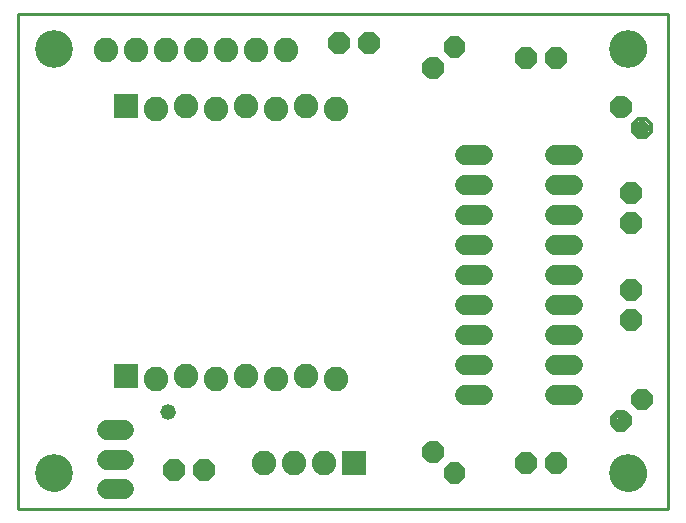
<source format=gbs>
G75*
%MOIN*%
%OFA0B0*%
%FSLAX25Y25*%
%IPPOS*%
%LPD*%
%AMOC8*
5,1,8,0,0,1.08239X$1,22.5*
%
%ADD10C,0.01000*%
%ADD11C,0.00000*%
%ADD12C,0.12611*%
%ADD13C,0.08200*%
%ADD14R,0.08200X0.08200*%
%ADD15C,0.06600*%
%ADD16C,0.01480*%
%ADD17OC8,0.07400*%
%ADD18C,0.05200*%
D10*
X0019800Y0016300D02*
X0019800Y0181261D01*
X0236501Y0181261D01*
X0236501Y0016300D01*
X0019800Y0016300D01*
D11*
X0025894Y0028300D02*
X0025896Y0028453D01*
X0025902Y0028607D01*
X0025912Y0028760D01*
X0025926Y0028912D01*
X0025944Y0029065D01*
X0025966Y0029216D01*
X0025991Y0029367D01*
X0026021Y0029518D01*
X0026055Y0029668D01*
X0026092Y0029816D01*
X0026133Y0029964D01*
X0026178Y0030110D01*
X0026227Y0030256D01*
X0026280Y0030400D01*
X0026336Y0030542D01*
X0026396Y0030683D01*
X0026460Y0030823D01*
X0026527Y0030961D01*
X0026598Y0031097D01*
X0026673Y0031231D01*
X0026750Y0031363D01*
X0026832Y0031493D01*
X0026916Y0031621D01*
X0027004Y0031747D01*
X0027095Y0031870D01*
X0027189Y0031991D01*
X0027287Y0032109D01*
X0027387Y0032225D01*
X0027491Y0032338D01*
X0027597Y0032449D01*
X0027706Y0032557D01*
X0027818Y0032662D01*
X0027932Y0032763D01*
X0028050Y0032862D01*
X0028169Y0032958D01*
X0028291Y0033051D01*
X0028416Y0033140D01*
X0028543Y0033227D01*
X0028672Y0033309D01*
X0028803Y0033389D01*
X0028936Y0033465D01*
X0029071Y0033538D01*
X0029208Y0033607D01*
X0029347Y0033672D01*
X0029487Y0033734D01*
X0029629Y0033792D01*
X0029772Y0033847D01*
X0029917Y0033898D01*
X0030063Y0033945D01*
X0030210Y0033988D01*
X0030358Y0034027D01*
X0030507Y0034063D01*
X0030657Y0034094D01*
X0030808Y0034122D01*
X0030959Y0034146D01*
X0031112Y0034166D01*
X0031264Y0034182D01*
X0031417Y0034194D01*
X0031570Y0034202D01*
X0031723Y0034206D01*
X0031877Y0034206D01*
X0032030Y0034202D01*
X0032183Y0034194D01*
X0032336Y0034182D01*
X0032488Y0034166D01*
X0032641Y0034146D01*
X0032792Y0034122D01*
X0032943Y0034094D01*
X0033093Y0034063D01*
X0033242Y0034027D01*
X0033390Y0033988D01*
X0033537Y0033945D01*
X0033683Y0033898D01*
X0033828Y0033847D01*
X0033971Y0033792D01*
X0034113Y0033734D01*
X0034253Y0033672D01*
X0034392Y0033607D01*
X0034529Y0033538D01*
X0034664Y0033465D01*
X0034797Y0033389D01*
X0034928Y0033309D01*
X0035057Y0033227D01*
X0035184Y0033140D01*
X0035309Y0033051D01*
X0035431Y0032958D01*
X0035550Y0032862D01*
X0035668Y0032763D01*
X0035782Y0032662D01*
X0035894Y0032557D01*
X0036003Y0032449D01*
X0036109Y0032338D01*
X0036213Y0032225D01*
X0036313Y0032109D01*
X0036411Y0031991D01*
X0036505Y0031870D01*
X0036596Y0031747D01*
X0036684Y0031621D01*
X0036768Y0031493D01*
X0036850Y0031363D01*
X0036927Y0031231D01*
X0037002Y0031097D01*
X0037073Y0030961D01*
X0037140Y0030823D01*
X0037204Y0030683D01*
X0037264Y0030542D01*
X0037320Y0030400D01*
X0037373Y0030256D01*
X0037422Y0030110D01*
X0037467Y0029964D01*
X0037508Y0029816D01*
X0037545Y0029668D01*
X0037579Y0029518D01*
X0037609Y0029367D01*
X0037634Y0029216D01*
X0037656Y0029065D01*
X0037674Y0028912D01*
X0037688Y0028760D01*
X0037698Y0028607D01*
X0037704Y0028453D01*
X0037706Y0028300D01*
X0037704Y0028147D01*
X0037698Y0027993D01*
X0037688Y0027840D01*
X0037674Y0027688D01*
X0037656Y0027535D01*
X0037634Y0027384D01*
X0037609Y0027233D01*
X0037579Y0027082D01*
X0037545Y0026932D01*
X0037508Y0026784D01*
X0037467Y0026636D01*
X0037422Y0026490D01*
X0037373Y0026344D01*
X0037320Y0026200D01*
X0037264Y0026058D01*
X0037204Y0025917D01*
X0037140Y0025777D01*
X0037073Y0025639D01*
X0037002Y0025503D01*
X0036927Y0025369D01*
X0036850Y0025237D01*
X0036768Y0025107D01*
X0036684Y0024979D01*
X0036596Y0024853D01*
X0036505Y0024730D01*
X0036411Y0024609D01*
X0036313Y0024491D01*
X0036213Y0024375D01*
X0036109Y0024262D01*
X0036003Y0024151D01*
X0035894Y0024043D01*
X0035782Y0023938D01*
X0035668Y0023837D01*
X0035550Y0023738D01*
X0035431Y0023642D01*
X0035309Y0023549D01*
X0035184Y0023460D01*
X0035057Y0023373D01*
X0034928Y0023291D01*
X0034797Y0023211D01*
X0034664Y0023135D01*
X0034529Y0023062D01*
X0034392Y0022993D01*
X0034253Y0022928D01*
X0034113Y0022866D01*
X0033971Y0022808D01*
X0033828Y0022753D01*
X0033683Y0022702D01*
X0033537Y0022655D01*
X0033390Y0022612D01*
X0033242Y0022573D01*
X0033093Y0022537D01*
X0032943Y0022506D01*
X0032792Y0022478D01*
X0032641Y0022454D01*
X0032488Y0022434D01*
X0032336Y0022418D01*
X0032183Y0022406D01*
X0032030Y0022398D01*
X0031877Y0022394D01*
X0031723Y0022394D01*
X0031570Y0022398D01*
X0031417Y0022406D01*
X0031264Y0022418D01*
X0031112Y0022434D01*
X0030959Y0022454D01*
X0030808Y0022478D01*
X0030657Y0022506D01*
X0030507Y0022537D01*
X0030358Y0022573D01*
X0030210Y0022612D01*
X0030063Y0022655D01*
X0029917Y0022702D01*
X0029772Y0022753D01*
X0029629Y0022808D01*
X0029487Y0022866D01*
X0029347Y0022928D01*
X0029208Y0022993D01*
X0029071Y0023062D01*
X0028936Y0023135D01*
X0028803Y0023211D01*
X0028672Y0023291D01*
X0028543Y0023373D01*
X0028416Y0023460D01*
X0028291Y0023549D01*
X0028169Y0023642D01*
X0028050Y0023738D01*
X0027932Y0023837D01*
X0027818Y0023938D01*
X0027706Y0024043D01*
X0027597Y0024151D01*
X0027491Y0024262D01*
X0027387Y0024375D01*
X0027287Y0024491D01*
X0027189Y0024609D01*
X0027095Y0024730D01*
X0027004Y0024853D01*
X0026916Y0024979D01*
X0026832Y0025107D01*
X0026750Y0025237D01*
X0026673Y0025369D01*
X0026598Y0025503D01*
X0026527Y0025639D01*
X0026460Y0025777D01*
X0026396Y0025917D01*
X0026336Y0026058D01*
X0026280Y0026200D01*
X0026227Y0026344D01*
X0026178Y0026490D01*
X0026133Y0026636D01*
X0026092Y0026784D01*
X0026055Y0026932D01*
X0026021Y0027082D01*
X0025991Y0027233D01*
X0025966Y0027384D01*
X0025944Y0027535D01*
X0025926Y0027688D01*
X0025912Y0027840D01*
X0025902Y0027993D01*
X0025896Y0028147D01*
X0025894Y0028300D01*
X0025894Y0169800D02*
X0025896Y0169953D01*
X0025902Y0170107D01*
X0025912Y0170260D01*
X0025926Y0170412D01*
X0025944Y0170565D01*
X0025966Y0170716D01*
X0025991Y0170867D01*
X0026021Y0171018D01*
X0026055Y0171168D01*
X0026092Y0171316D01*
X0026133Y0171464D01*
X0026178Y0171610D01*
X0026227Y0171756D01*
X0026280Y0171900D01*
X0026336Y0172042D01*
X0026396Y0172183D01*
X0026460Y0172323D01*
X0026527Y0172461D01*
X0026598Y0172597D01*
X0026673Y0172731D01*
X0026750Y0172863D01*
X0026832Y0172993D01*
X0026916Y0173121D01*
X0027004Y0173247D01*
X0027095Y0173370D01*
X0027189Y0173491D01*
X0027287Y0173609D01*
X0027387Y0173725D01*
X0027491Y0173838D01*
X0027597Y0173949D01*
X0027706Y0174057D01*
X0027818Y0174162D01*
X0027932Y0174263D01*
X0028050Y0174362D01*
X0028169Y0174458D01*
X0028291Y0174551D01*
X0028416Y0174640D01*
X0028543Y0174727D01*
X0028672Y0174809D01*
X0028803Y0174889D01*
X0028936Y0174965D01*
X0029071Y0175038D01*
X0029208Y0175107D01*
X0029347Y0175172D01*
X0029487Y0175234D01*
X0029629Y0175292D01*
X0029772Y0175347D01*
X0029917Y0175398D01*
X0030063Y0175445D01*
X0030210Y0175488D01*
X0030358Y0175527D01*
X0030507Y0175563D01*
X0030657Y0175594D01*
X0030808Y0175622D01*
X0030959Y0175646D01*
X0031112Y0175666D01*
X0031264Y0175682D01*
X0031417Y0175694D01*
X0031570Y0175702D01*
X0031723Y0175706D01*
X0031877Y0175706D01*
X0032030Y0175702D01*
X0032183Y0175694D01*
X0032336Y0175682D01*
X0032488Y0175666D01*
X0032641Y0175646D01*
X0032792Y0175622D01*
X0032943Y0175594D01*
X0033093Y0175563D01*
X0033242Y0175527D01*
X0033390Y0175488D01*
X0033537Y0175445D01*
X0033683Y0175398D01*
X0033828Y0175347D01*
X0033971Y0175292D01*
X0034113Y0175234D01*
X0034253Y0175172D01*
X0034392Y0175107D01*
X0034529Y0175038D01*
X0034664Y0174965D01*
X0034797Y0174889D01*
X0034928Y0174809D01*
X0035057Y0174727D01*
X0035184Y0174640D01*
X0035309Y0174551D01*
X0035431Y0174458D01*
X0035550Y0174362D01*
X0035668Y0174263D01*
X0035782Y0174162D01*
X0035894Y0174057D01*
X0036003Y0173949D01*
X0036109Y0173838D01*
X0036213Y0173725D01*
X0036313Y0173609D01*
X0036411Y0173491D01*
X0036505Y0173370D01*
X0036596Y0173247D01*
X0036684Y0173121D01*
X0036768Y0172993D01*
X0036850Y0172863D01*
X0036927Y0172731D01*
X0037002Y0172597D01*
X0037073Y0172461D01*
X0037140Y0172323D01*
X0037204Y0172183D01*
X0037264Y0172042D01*
X0037320Y0171900D01*
X0037373Y0171756D01*
X0037422Y0171610D01*
X0037467Y0171464D01*
X0037508Y0171316D01*
X0037545Y0171168D01*
X0037579Y0171018D01*
X0037609Y0170867D01*
X0037634Y0170716D01*
X0037656Y0170565D01*
X0037674Y0170412D01*
X0037688Y0170260D01*
X0037698Y0170107D01*
X0037704Y0169953D01*
X0037706Y0169800D01*
X0037704Y0169647D01*
X0037698Y0169493D01*
X0037688Y0169340D01*
X0037674Y0169188D01*
X0037656Y0169035D01*
X0037634Y0168884D01*
X0037609Y0168733D01*
X0037579Y0168582D01*
X0037545Y0168432D01*
X0037508Y0168284D01*
X0037467Y0168136D01*
X0037422Y0167990D01*
X0037373Y0167844D01*
X0037320Y0167700D01*
X0037264Y0167558D01*
X0037204Y0167417D01*
X0037140Y0167277D01*
X0037073Y0167139D01*
X0037002Y0167003D01*
X0036927Y0166869D01*
X0036850Y0166737D01*
X0036768Y0166607D01*
X0036684Y0166479D01*
X0036596Y0166353D01*
X0036505Y0166230D01*
X0036411Y0166109D01*
X0036313Y0165991D01*
X0036213Y0165875D01*
X0036109Y0165762D01*
X0036003Y0165651D01*
X0035894Y0165543D01*
X0035782Y0165438D01*
X0035668Y0165337D01*
X0035550Y0165238D01*
X0035431Y0165142D01*
X0035309Y0165049D01*
X0035184Y0164960D01*
X0035057Y0164873D01*
X0034928Y0164791D01*
X0034797Y0164711D01*
X0034664Y0164635D01*
X0034529Y0164562D01*
X0034392Y0164493D01*
X0034253Y0164428D01*
X0034113Y0164366D01*
X0033971Y0164308D01*
X0033828Y0164253D01*
X0033683Y0164202D01*
X0033537Y0164155D01*
X0033390Y0164112D01*
X0033242Y0164073D01*
X0033093Y0164037D01*
X0032943Y0164006D01*
X0032792Y0163978D01*
X0032641Y0163954D01*
X0032488Y0163934D01*
X0032336Y0163918D01*
X0032183Y0163906D01*
X0032030Y0163898D01*
X0031877Y0163894D01*
X0031723Y0163894D01*
X0031570Y0163898D01*
X0031417Y0163906D01*
X0031264Y0163918D01*
X0031112Y0163934D01*
X0030959Y0163954D01*
X0030808Y0163978D01*
X0030657Y0164006D01*
X0030507Y0164037D01*
X0030358Y0164073D01*
X0030210Y0164112D01*
X0030063Y0164155D01*
X0029917Y0164202D01*
X0029772Y0164253D01*
X0029629Y0164308D01*
X0029487Y0164366D01*
X0029347Y0164428D01*
X0029208Y0164493D01*
X0029071Y0164562D01*
X0028936Y0164635D01*
X0028803Y0164711D01*
X0028672Y0164791D01*
X0028543Y0164873D01*
X0028416Y0164960D01*
X0028291Y0165049D01*
X0028169Y0165142D01*
X0028050Y0165238D01*
X0027932Y0165337D01*
X0027818Y0165438D01*
X0027706Y0165543D01*
X0027597Y0165651D01*
X0027491Y0165762D01*
X0027387Y0165875D01*
X0027287Y0165991D01*
X0027189Y0166109D01*
X0027095Y0166230D01*
X0027004Y0166353D01*
X0026916Y0166479D01*
X0026832Y0166607D01*
X0026750Y0166737D01*
X0026673Y0166869D01*
X0026598Y0167003D01*
X0026527Y0167139D01*
X0026460Y0167277D01*
X0026396Y0167417D01*
X0026336Y0167558D01*
X0026280Y0167700D01*
X0026227Y0167844D01*
X0026178Y0167990D01*
X0026133Y0168136D01*
X0026092Y0168284D01*
X0026055Y0168432D01*
X0026021Y0168582D01*
X0025991Y0168733D01*
X0025966Y0168884D01*
X0025944Y0169035D01*
X0025926Y0169188D01*
X0025912Y0169340D01*
X0025902Y0169493D01*
X0025896Y0169647D01*
X0025894Y0169800D01*
X0217394Y0169800D02*
X0217396Y0169953D01*
X0217402Y0170107D01*
X0217412Y0170260D01*
X0217426Y0170412D01*
X0217444Y0170565D01*
X0217466Y0170716D01*
X0217491Y0170867D01*
X0217521Y0171018D01*
X0217555Y0171168D01*
X0217592Y0171316D01*
X0217633Y0171464D01*
X0217678Y0171610D01*
X0217727Y0171756D01*
X0217780Y0171900D01*
X0217836Y0172042D01*
X0217896Y0172183D01*
X0217960Y0172323D01*
X0218027Y0172461D01*
X0218098Y0172597D01*
X0218173Y0172731D01*
X0218250Y0172863D01*
X0218332Y0172993D01*
X0218416Y0173121D01*
X0218504Y0173247D01*
X0218595Y0173370D01*
X0218689Y0173491D01*
X0218787Y0173609D01*
X0218887Y0173725D01*
X0218991Y0173838D01*
X0219097Y0173949D01*
X0219206Y0174057D01*
X0219318Y0174162D01*
X0219432Y0174263D01*
X0219550Y0174362D01*
X0219669Y0174458D01*
X0219791Y0174551D01*
X0219916Y0174640D01*
X0220043Y0174727D01*
X0220172Y0174809D01*
X0220303Y0174889D01*
X0220436Y0174965D01*
X0220571Y0175038D01*
X0220708Y0175107D01*
X0220847Y0175172D01*
X0220987Y0175234D01*
X0221129Y0175292D01*
X0221272Y0175347D01*
X0221417Y0175398D01*
X0221563Y0175445D01*
X0221710Y0175488D01*
X0221858Y0175527D01*
X0222007Y0175563D01*
X0222157Y0175594D01*
X0222308Y0175622D01*
X0222459Y0175646D01*
X0222612Y0175666D01*
X0222764Y0175682D01*
X0222917Y0175694D01*
X0223070Y0175702D01*
X0223223Y0175706D01*
X0223377Y0175706D01*
X0223530Y0175702D01*
X0223683Y0175694D01*
X0223836Y0175682D01*
X0223988Y0175666D01*
X0224141Y0175646D01*
X0224292Y0175622D01*
X0224443Y0175594D01*
X0224593Y0175563D01*
X0224742Y0175527D01*
X0224890Y0175488D01*
X0225037Y0175445D01*
X0225183Y0175398D01*
X0225328Y0175347D01*
X0225471Y0175292D01*
X0225613Y0175234D01*
X0225753Y0175172D01*
X0225892Y0175107D01*
X0226029Y0175038D01*
X0226164Y0174965D01*
X0226297Y0174889D01*
X0226428Y0174809D01*
X0226557Y0174727D01*
X0226684Y0174640D01*
X0226809Y0174551D01*
X0226931Y0174458D01*
X0227050Y0174362D01*
X0227168Y0174263D01*
X0227282Y0174162D01*
X0227394Y0174057D01*
X0227503Y0173949D01*
X0227609Y0173838D01*
X0227713Y0173725D01*
X0227813Y0173609D01*
X0227911Y0173491D01*
X0228005Y0173370D01*
X0228096Y0173247D01*
X0228184Y0173121D01*
X0228268Y0172993D01*
X0228350Y0172863D01*
X0228427Y0172731D01*
X0228502Y0172597D01*
X0228573Y0172461D01*
X0228640Y0172323D01*
X0228704Y0172183D01*
X0228764Y0172042D01*
X0228820Y0171900D01*
X0228873Y0171756D01*
X0228922Y0171610D01*
X0228967Y0171464D01*
X0229008Y0171316D01*
X0229045Y0171168D01*
X0229079Y0171018D01*
X0229109Y0170867D01*
X0229134Y0170716D01*
X0229156Y0170565D01*
X0229174Y0170412D01*
X0229188Y0170260D01*
X0229198Y0170107D01*
X0229204Y0169953D01*
X0229206Y0169800D01*
X0229204Y0169647D01*
X0229198Y0169493D01*
X0229188Y0169340D01*
X0229174Y0169188D01*
X0229156Y0169035D01*
X0229134Y0168884D01*
X0229109Y0168733D01*
X0229079Y0168582D01*
X0229045Y0168432D01*
X0229008Y0168284D01*
X0228967Y0168136D01*
X0228922Y0167990D01*
X0228873Y0167844D01*
X0228820Y0167700D01*
X0228764Y0167558D01*
X0228704Y0167417D01*
X0228640Y0167277D01*
X0228573Y0167139D01*
X0228502Y0167003D01*
X0228427Y0166869D01*
X0228350Y0166737D01*
X0228268Y0166607D01*
X0228184Y0166479D01*
X0228096Y0166353D01*
X0228005Y0166230D01*
X0227911Y0166109D01*
X0227813Y0165991D01*
X0227713Y0165875D01*
X0227609Y0165762D01*
X0227503Y0165651D01*
X0227394Y0165543D01*
X0227282Y0165438D01*
X0227168Y0165337D01*
X0227050Y0165238D01*
X0226931Y0165142D01*
X0226809Y0165049D01*
X0226684Y0164960D01*
X0226557Y0164873D01*
X0226428Y0164791D01*
X0226297Y0164711D01*
X0226164Y0164635D01*
X0226029Y0164562D01*
X0225892Y0164493D01*
X0225753Y0164428D01*
X0225613Y0164366D01*
X0225471Y0164308D01*
X0225328Y0164253D01*
X0225183Y0164202D01*
X0225037Y0164155D01*
X0224890Y0164112D01*
X0224742Y0164073D01*
X0224593Y0164037D01*
X0224443Y0164006D01*
X0224292Y0163978D01*
X0224141Y0163954D01*
X0223988Y0163934D01*
X0223836Y0163918D01*
X0223683Y0163906D01*
X0223530Y0163898D01*
X0223377Y0163894D01*
X0223223Y0163894D01*
X0223070Y0163898D01*
X0222917Y0163906D01*
X0222764Y0163918D01*
X0222612Y0163934D01*
X0222459Y0163954D01*
X0222308Y0163978D01*
X0222157Y0164006D01*
X0222007Y0164037D01*
X0221858Y0164073D01*
X0221710Y0164112D01*
X0221563Y0164155D01*
X0221417Y0164202D01*
X0221272Y0164253D01*
X0221129Y0164308D01*
X0220987Y0164366D01*
X0220847Y0164428D01*
X0220708Y0164493D01*
X0220571Y0164562D01*
X0220436Y0164635D01*
X0220303Y0164711D01*
X0220172Y0164791D01*
X0220043Y0164873D01*
X0219916Y0164960D01*
X0219791Y0165049D01*
X0219669Y0165142D01*
X0219550Y0165238D01*
X0219432Y0165337D01*
X0219318Y0165438D01*
X0219206Y0165543D01*
X0219097Y0165651D01*
X0218991Y0165762D01*
X0218887Y0165875D01*
X0218787Y0165991D01*
X0218689Y0166109D01*
X0218595Y0166230D01*
X0218504Y0166353D01*
X0218416Y0166479D01*
X0218332Y0166607D01*
X0218250Y0166737D01*
X0218173Y0166869D01*
X0218098Y0167003D01*
X0218027Y0167139D01*
X0217960Y0167277D01*
X0217896Y0167417D01*
X0217836Y0167558D01*
X0217780Y0167700D01*
X0217727Y0167844D01*
X0217678Y0167990D01*
X0217633Y0168136D01*
X0217592Y0168284D01*
X0217555Y0168432D01*
X0217521Y0168582D01*
X0217491Y0168733D01*
X0217466Y0168884D01*
X0217444Y0169035D01*
X0217426Y0169188D01*
X0217412Y0169340D01*
X0217402Y0169493D01*
X0217396Y0169647D01*
X0217394Y0169800D01*
X0217394Y0028300D02*
X0217396Y0028453D01*
X0217402Y0028607D01*
X0217412Y0028760D01*
X0217426Y0028912D01*
X0217444Y0029065D01*
X0217466Y0029216D01*
X0217491Y0029367D01*
X0217521Y0029518D01*
X0217555Y0029668D01*
X0217592Y0029816D01*
X0217633Y0029964D01*
X0217678Y0030110D01*
X0217727Y0030256D01*
X0217780Y0030400D01*
X0217836Y0030542D01*
X0217896Y0030683D01*
X0217960Y0030823D01*
X0218027Y0030961D01*
X0218098Y0031097D01*
X0218173Y0031231D01*
X0218250Y0031363D01*
X0218332Y0031493D01*
X0218416Y0031621D01*
X0218504Y0031747D01*
X0218595Y0031870D01*
X0218689Y0031991D01*
X0218787Y0032109D01*
X0218887Y0032225D01*
X0218991Y0032338D01*
X0219097Y0032449D01*
X0219206Y0032557D01*
X0219318Y0032662D01*
X0219432Y0032763D01*
X0219550Y0032862D01*
X0219669Y0032958D01*
X0219791Y0033051D01*
X0219916Y0033140D01*
X0220043Y0033227D01*
X0220172Y0033309D01*
X0220303Y0033389D01*
X0220436Y0033465D01*
X0220571Y0033538D01*
X0220708Y0033607D01*
X0220847Y0033672D01*
X0220987Y0033734D01*
X0221129Y0033792D01*
X0221272Y0033847D01*
X0221417Y0033898D01*
X0221563Y0033945D01*
X0221710Y0033988D01*
X0221858Y0034027D01*
X0222007Y0034063D01*
X0222157Y0034094D01*
X0222308Y0034122D01*
X0222459Y0034146D01*
X0222612Y0034166D01*
X0222764Y0034182D01*
X0222917Y0034194D01*
X0223070Y0034202D01*
X0223223Y0034206D01*
X0223377Y0034206D01*
X0223530Y0034202D01*
X0223683Y0034194D01*
X0223836Y0034182D01*
X0223988Y0034166D01*
X0224141Y0034146D01*
X0224292Y0034122D01*
X0224443Y0034094D01*
X0224593Y0034063D01*
X0224742Y0034027D01*
X0224890Y0033988D01*
X0225037Y0033945D01*
X0225183Y0033898D01*
X0225328Y0033847D01*
X0225471Y0033792D01*
X0225613Y0033734D01*
X0225753Y0033672D01*
X0225892Y0033607D01*
X0226029Y0033538D01*
X0226164Y0033465D01*
X0226297Y0033389D01*
X0226428Y0033309D01*
X0226557Y0033227D01*
X0226684Y0033140D01*
X0226809Y0033051D01*
X0226931Y0032958D01*
X0227050Y0032862D01*
X0227168Y0032763D01*
X0227282Y0032662D01*
X0227394Y0032557D01*
X0227503Y0032449D01*
X0227609Y0032338D01*
X0227713Y0032225D01*
X0227813Y0032109D01*
X0227911Y0031991D01*
X0228005Y0031870D01*
X0228096Y0031747D01*
X0228184Y0031621D01*
X0228268Y0031493D01*
X0228350Y0031363D01*
X0228427Y0031231D01*
X0228502Y0031097D01*
X0228573Y0030961D01*
X0228640Y0030823D01*
X0228704Y0030683D01*
X0228764Y0030542D01*
X0228820Y0030400D01*
X0228873Y0030256D01*
X0228922Y0030110D01*
X0228967Y0029964D01*
X0229008Y0029816D01*
X0229045Y0029668D01*
X0229079Y0029518D01*
X0229109Y0029367D01*
X0229134Y0029216D01*
X0229156Y0029065D01*
X0229174Y0028912D01*
X0229188Y0028760D01*
X0229198Y0028607D01*
X0229204Y0028453D01*
X0229206Y0028300D01*
X0229204Y0028147D01*
X0229198Y0027993D01*
X0229188Y0027840D01*
X0229174Y0027688D01*
X0229156Y0027535D01*
X0229134Y0027384D01*
X0229109Y0027233D01*
X0229079Y0027082D01*
X0229045Y0026932D01*
X0229008Y0026784D01*
X0228967Y0026636D01*
X0228922Y0026490D01*
X0228873Y0026344D01*
X0228820Y0026200D01*
X0228764Y0026058D01*
X0228704Y0025917D01*
X0228640Y0025777D01*
X0228573Y0025639D01*
X0228502Y0025503D01*
X0228427Y0025369D01*
X0228350Y0025237D01*
X0228268Y0025107D01*
X0228184Y0024979D01*
X0228096Y0024853D01*
X0228005Y0024730D01*
X0227911Y0024609D01*
X0227813Y0024491D01*
X0227713Y0024375D01*
X0227609Y0024262D01*
X0227503Y0024151D01*
X0227394Y0024043D01*
X0227282Y0023938D01*
X0227168Y0023837D01*
X0227050Y0023738D01*
X0226931Y0023642D01*
X0226809Y0023549D01*
X0226684Y0023460D01*
X0226557Y0023373D01*
X0226428Y0023291D01*
X0226297Y0023211D01*
X0226164Y0023135D01*
X0226029Y0023062D01*
X0225892Y0022993D01*
X0225753Y0022928D01*
X0225613Y0022866D01*
X0225471Y0022808D01*
X0225328Y0022753D01*
X0225183Y0022702D01*
X0225037Y0022655D01*
X0224890Y0022612D01*
X0224742Y0022573D01*
X0224593Y0022537D01*
X0224443Y0022506D01*
X0224292Y0022478D01*
X0224141Y0022454D01*
X0223988Y0022434D01*
X0223836Y0022418D01*
X0223683Y0022406D01*
X0223530Y0022398D01*
X0223377Y0022394D01*
X0223223Y0022394D01*
X0223070Y0022398D01*
X0222917Y0022406D01*
X0222764Y0022418D01*
X0222612Y0022434D01*
X0222459Y0022454D01*
X0222308Y0022478D01*
X0222157Y0022506D01*
X0222007Y0022537D01*
X0221858Y0022573D01*
X0221710Y0022612D01*
X0221563Y0022655D01*
X0221417Y0022702D01*
X0221272Y0022753D01*
X0221129Y0022808D01*
X0220987Y0022866D01*
X0220847Y0022928D01*
X0220708Y0022993D01*
X0220571Y0023062D01*
X0220436Y0023135D01*
X0220303Y0023211D01*
X0220172Y0023291D01*
X0220043Y0023373D01*
X0219916Y0023460D01*
X0219791Y0023549D01*
X0219669Y0023642D01*
X0219550Y0023738D01*
X0219432Y0023837D01*
X0219318Y0023938D01*
X0219206Y0024043D01*
X0219097Y0024151D01*
X0218991Y0024262D01*
X0218887Y0024375D01*
X0218787Y0024491D01*
X0218689Y0024609D01*
X0218595Y0024730D01*
X0218504Y0024853D01*
X0218416Y0024979D01*
X0218332Y0025107D01*
X0218250Y0025237D01*
X0218173Y0025369D01*
X0218098Y0025503D01*
X0218027Y0025639D01*
X0217960Y0025777D01*
X0217896Y0025917D01*
X0217836Y0026058D01*
X0217780Y0026200D01*
X0217727Y0026344D01*
X0217678Y0026490D01*
X0217633Y0026636D01*
X0217592Y0026784D01*
X0217555Y0026932D01*
X0217521Y0027082D01*
X0217491Y0027233D01*
X0217466Y0027384D01*
X0217444Y0027535D01*
X0217426Y0027688D01*
X0217412Y0027840D01*
X0217402Y0027993D01*
X0217396Y0028147D01*
X0217394Y0028300D01*
D12*
X0223300Y0028300D03*
X0031800Y0028300D03*
X0031800Y0169800D03*
X0223300Y0169800D03*
D13*
X0125800Y0149800D03*
X0115800Y0150800D03*
X0105800Y0149800D03*
X0095800Y0150800D03*
X0085800Y0149800D03*
X0075800Y0150800D03*
X0065800Y0149800D03*
X0069300Y0169300D03*
X0059300Y0169300D03*
X0049300Y0169300D03*
X0079300Y0169300D03*
X0089300Y0169300D03*
X0099300Y0169300D03*
X0109300Y0169300D03*
X0115800Y0060800D03*
X0105800Y0059800D03*
X0095800Y0060800D03*
X0085800Y0059800D03*
X0075800Y0060800D03*
X0065800Y0059800D03*
X0101800Y0031800D03*
X0111800Y0031800D03*
X0121800Y0031800D03*
X0125800Y0059800D03*
D14*
X0131800Y0031800D03*
X0055800Y0060800D03*
X0055800Y0150800D03*
D15*
X0168900Y0134300D02*
X0174700Y0134300D01*
X0174700Y0124300D02*
X0168900Y0124300D01*
X0168900Y0114300D02*
X0174700Y0114300D01*
X0174700Y0104300D02*
X0168900Y0104300D01*
X0168900Y0094300D02*
X0174700Y0094300D01*
X0174700Y0084300D02*
X0168900Y0084300D01*
X0168900Y0074300D02*
X0174700Y0074300D01*
X0174700Y0064300D02*
X0168900Y0064300D01*
X0168900Y0054300D02*
X0174700Y0054300D01*
X0198900Y0054300D02*
X0204700Y0054300D01*
X0204700Y0064300D02*
X0198900Y0064300D01*
X0198900Y0074300D02*
X0204700Y0074300D01*
X0204700Y0084300D02*
X0198900Y0084300D01*
X0198900Y0094300D02*
X0204700Y0094300D01*
X0204700Y0104300D02*
X0198900Y0104300D01*
X0198900Y0114300D02*
X0204700Y0114300D01*
X0204700Y0124300D02*
X0198900Y0124300D01*
X0198900Y0134300D02*
X0204700Y0134300D01*
X0055305Y0042638D02*
X0049505Y0042638D01*
X0049505Y0032795D02*
X0055305Y0032795D01*
X0055305Y0022953D02*
X0049505Y0022953D01*
D16*
X0158750Y0033117D02*
X0159490Y0032377D01*
X0157038Y0032377D01*
X0155305Y0034110D01*
X0155305Y0036562D01*
X0157038Y0038295D01*
X0159490Y0038295D01*
X0161223Y0036562D01*
X0161223Y0034110D01*
X0159490Y0032377D01*
X0159030Y0033487D01*
X0157498Y0033487D01*
X0156415Y0034570D01*
X0156415Y0036102D01*
X0157498Y0037185D01*
X0159030Y0037185D01*
X0160113Y0036102D01*
X0160113Y0034570D01*
X0159030Y0033487D01*
X0158570Y0034597D01*
X0157958Y0034597D01*
X0157525Y0035030D01*
X0157525Y0035642D01*
X0157958Y0036075D01*
X0158570Y0036075D01*
X0159003Y0035642D01*
X0159003Y0035030D01*
X0158570Y0034597D01*
X0165822Y0026045D02*
X0166562Y0025305D01*
X0164110Y0025305D01*
X0162377Y0027038D01*
X0162377Y0029490D01*
X0164110Y0031223D01*
X0166562Y0031223D01*
X0168295Y0029490D01*
X0168295Y0027038D01*
X0166562Y0025305D01*
X0166102Y0026415D01*
X0164570Y0026415D01*
X0163487Y0027498D01*
X0163487Y0029030D01*
X0164570Y0030113D01*
X0166102Y0030113D01*
X0167185Y0029030D01*
X0167185Y0027498D01*
X0166102Y0026415D01*
X0165642Y0027525D01*
X0165030Y0027525D01*
X0164597Y0027958D01*
X0164597Y0028570D01*
X0165030Y0029003D01*
X0165642Y0029003D01*
X0166075Y0028570D01*
X0166075Y0027958D01*
X0165642Y0027525D01*
X0222983Y0046250D02*
X0223723Y0046990D01*
X0223723Y0044538D01*
X0221990Y0042805D01*
X0219538Y0042805D01*
X0217805Y0044538D01*
X0217805Y0046990D01*
X0219538Y0048723D01*
X0221990Y0048723D01*
X0223723Y0046990D01*
X0222613Y0046530D01*
X0222613Y0044998D01*
X0221530Y0043915D01*
X0219998Y0043915D01*
X0218915Y0044998D01*
X0218915Y0046530D01*
X0219998Y0047613D01*
X0221530Y0047613D01*
X0222613Y0046530D01*
X0221503Y0046070D01*
X0221503Y0045458D01*
X0221070Y0045025D01*
X0220458Y0045025D01*
X0220025Y0045458D01*
X0220025Y0046070D01*
X0220458Y0046503D01*
X0221070Y0046503D01*
X0221503Y0046070D01*
X0230055Y0053322D02*
X0230795Y0054062D01*
X0230795Y0051610D01*
X0229062Y0049877D01*
X0226610Y0049877D01*
X0224877Y0051610D01*
X0224877Y0054062D01*
X0226610Y0055795D01*
X0229062Y0055795D01*
X0230795Y0054062D01*
X0229685Y0053602D01*
X0229685Y0052070D01*
X0228602Y0050987D01*
X0227070Y0050987D01*
X0225987Y0052070D01*
X0225987Y0053602D01*
X0227070Y0054685D01*
X0228602Y0054685D01*
X0229685Y0053602D01*
X0228575Y0053142D01*
X0228575Y0052530D01*
X0228142Y0052097D01*
X0227530Y0052097D01*
X0227097Y0052530D01*
X0227097Y0053142D01*
X0227530Y0053575D01*
X0228142Y0053575D01*
X0228575Y0053142D01*
X0228322Y0141045D02*
X0229062Y0140305D01*
X0226610Y0140305D01*
X0224877Y0142038D01*
X0224877Y0144490D01*
X0226610Y0146223D01*
X0229062Y0146223D01*
X0230795Y0144490D01*
X0230795Y0142038D01*
X0229062Y0140305D01*
X0228602Y0141415D01*
X0227070Y0141415D01*
X0225987Y0142498D01*
X0225987Y0144030D01*
X0227070Y0145113D01*
X0228602Y0145113D01*
X0229685Y0144030D01*
X0229685Y0142498D01*
X0228602Y0141415D01*
X0228142Y0142525D01*
X0227530Y0142525D01*
X0227097Y0142958D01*
X0227097Y0143570D01*
X0227530Y0144003D01*
X0228142Y0144003D01*
X0228575Y0143570D01*
X0228575Y0142958D01*
X0228142Y0142525D01*
X0221250Y0148117D02*
X0221990Y0147377D01*
X0219538Y0147377D01*
X0217805Y0149110D01*
X0217805Y0151562D01*
X0219538Y0153295D01*
X0221990Y0153295D01*
X0223723Y0151562D01*
X0223723Y0149110D01*
X0221990Y0147377D01*
X0221530Y0148487D01*
X0219998Y0148487D01*
X0218915Y0149570D01*
X0218915Y0151102D01*
X0219998Y0152185D01*
X0221530Y0152185D01*
X0222613Y0151102D01*
X0222613Y0149570D01*
X0221530Y0148487D01*
X0221070Y0149597D01*
X0220458Y0149597D01*
X0220025Y0150030D01*
X0220025Y0150642D01*
X0220458Y0151075D01*
X0221070Y0151075D01*
X0221503Y0150642D01*
X0221503Y0150030D01*
X0221070Y0149597D01*
X0167555Y0170822D02*
X0168295Y0171562D01*
X0168295Y0169110D01*
X0166562Y0167377D01*
X0164110Y0167377D01*
X0162377Y0169110D01*
X0162377Y0171562D01*
X0164110Y0173295D01*
X0166562Y0173295D01*
X0168295Y0171562D01*
X0167185Y0171102D01*
X0167185Y0169570D01*
X0166102Y0168487D01*
X0164570Y0168487D01*
X0163487Y0169570D01*
X0163487Y0171102D01*
X0164570Y0172185D01*
X0166102Y0172185D01*
X0167185Y0171102D01*
X0166075Y0170642D01*
X0166075Y0170030D01*
X0165642Y0169597D01*
X0165030Y0169597D01*
X0164597Y0170030D01*
X0164597Y0170642D01*
X0165030Y0171075D01*
X0165642Y0171075D01*
X0166075Y0170642D01*
X0160483Y0163750D02*
X0161223Y0164490D01*
X0161223Y0162038D01*
X0159490Y0160305D01*
X0157038Y0160305D01*
X0155305Y0162038D01*
X0155305Y0164490D01*
X0157038Y0166223D01*
X0159490Y0166223D01*
X0161223Y0164490D01*
X0160113Y0164030D01*
X0160113Y0162498D01*
X0159030Y0161415D01*
X0157498Y0161415D01*
X0156415Y0162498D01*
X0156415Y0164030D01*
X0157498Y0165113D01*
X0159030Y0165113D01*
X0160113Y0164030D01*
X0159003Y0163570D01*
X0159003Y0162958D01*
X0158570Y0162525D01*
X0157958Y0162525D01*
X0157525Y0162958D01*
X0157525Y0163570D01*
X0157958Y0164003D01*
X0158570Y0164003D01*
X0159003Y0163570D01*
D17*
X0136800Y0171800D03*
X0126800Y0171800D03*
X0189300Y0166800D03*
X0199300Y0166800D03*
X0224300Y0121800D03*
X0224300Y0111800D03*
X0224300Y0089300D03*
X0224300Y0079300D03*
X0199300Y0031800D03*
X0189300Y0031800D03*
X0081800Y0029300D03*
X0071800Y0029300D03*
D18*
X0069800Y0048800D03*
M02*

</source>
